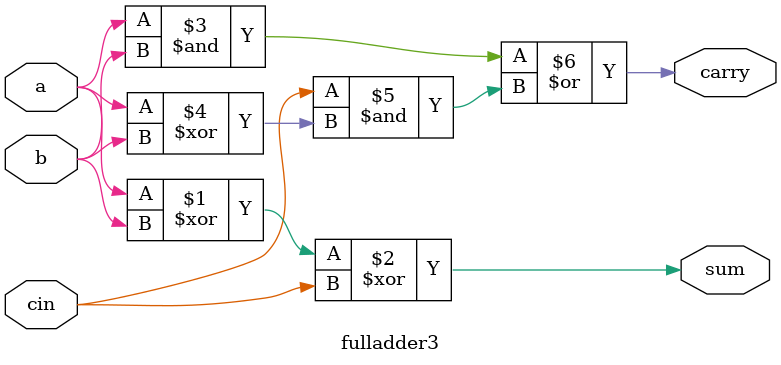
<source format=v>
module fulladder3(a,b,cin,sum,carry); 
input a,b,cin; 
output sum,carry; 
assign sum=( (a ^ b)^cin); 
assign carry= ( (a & b)| ( cin &(a ^ b ))); 
endmodule 

</source>
